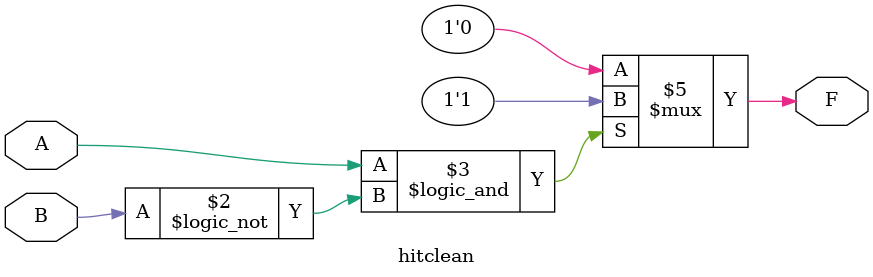
<source format=v>
`timescale 1ns / 1ps
module hitclean(A, B, F);
	input A;
	input B;
	
	output reg F;
	
	always@(A or B) begin
		if(A && !B) begin
			F <= 1'b1;
		end
		else begin
			F <= 1'b0;
		end
	end

endmodule

</source>
